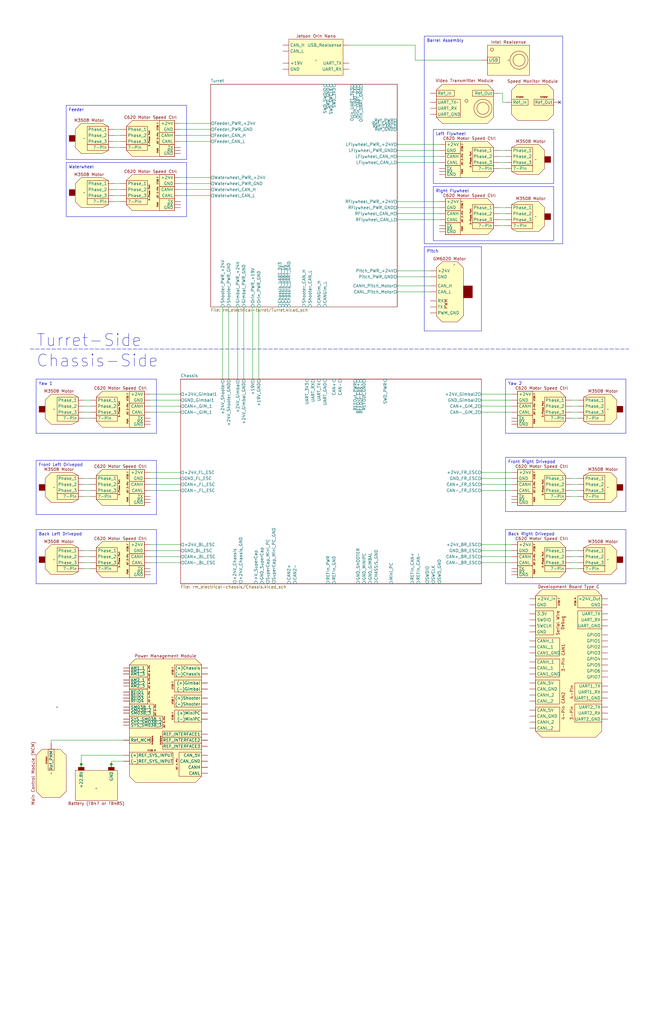
<source format=kicad_sch>
(kicad_sch (version 20250114) (generator "eeschema") (generator_version "9.0")
  (paper "USLedger" portrait)
  (lib_symbols
    (symbol "Robomaster_Library:C620 Motor Speed Controller"
      (property "Reference" "U" (at 0 10.922 0))
      (symbol "C620 Motor Speed Controller_0_1"
        (rectangle (start -10.16 2.54) (end -3.81 7.62))
        (rectangle (start -10.16 2.54) (end -3.81 -2.54))
        (rectangle (start -10.16 -2.54) (end -3.81 -7.62))
        (rectangle (start 1.27 5.08) (end 10.16 -2.54))
        (rectangle (start 1.27 -2.54) (end 10.16 -5.08))
      )
      (symbol "C620 Motor Speed Controller_1_1"
        (polyline (pts (xy -10.16 7.62) (xy -10.16 -7.62) (xy 7.62 -7.62) (xy 10.16 -5.08) (xy 10.16 5.08) (xy 7.62 7.62) (xy -10.16 7.62)) (fill (type background)))
        (text "XT30 F" (at -3.048 5.08 900) (effects (font (size 0.635 0.635))))
        (text "JST 2-Pin" (at -3.048 0 900) (effects (font (size 0.635 0.635))))
        (text "PWM" (at -3.048 -5.08 900) (effects (font (size 0.635 0.635))))
        (text "C620 Motor Speed Ctrl" (at 0 8.89 0) (effects (font (size 1.27 1.27))))
        (text "3-Phase Port" (at 0.508 0 900) (effects (font (size 0.635 0.635))))
        (pin power_in line (at -12.7 6.35 0) (length 2.54) (name "+24V") (number ""))
        (pin power_in line (at -12.7 3.81 0) (length 2.54) (name "GND") (number ""))
        (pin bidirectional line (at -12.7 1.27 0) (length 2.54) (name "CANH") (number ""))
        (pin bidirectional line (at -12.7 -1.27 0) (length 2.54) (name "CANL") (number ""))
        (pin output line (at -12.7 -3.81 0) (length 2.54) (name "TX") (number ""))
        (pin input line (at -12.7 -5.08 0) (length 2.54) (name "RX") (number ""))
        (pin input line (at -12.7 -6.35 0) (length 2.54) (name "GND") (number ""))
        (pin power_out line (at 12.7 3.81 180) (length 2.54) (name "Phase_1") (number ""))
        (pin power_out line (at 12.7 1.27 180) (length 2.54) (name "Phase_2") (number ""))
        (pin power_out line (at 12.7 -1.27 180) (length 2.54) (name "Phase_3") (number ""))
        (pin bidirectional line (at 12.7 -3.81 180) (length 2.54) (name "7-Pin") (number ""))
      )
    )
    (symbol "Robomaster_Library:Dev_Board"
      (property "Reference" "U" (at 0 33.02 0))
      (symbol "Dev_Board_1_1"
        (rectangle (start -13.97 21.59) (end -5.08 26.67))
        (rectangle (start -13.97 20.32) (end -6.35 10.16))
        (rectangle (start -13.97 8.89) (end -3.81 1.27))
        (rectangle (start -13.97 0) (end -3.81 -7.62))
        (rectangle (start -13.97 -19.05) (end -3.81 -8.89))
        (rectangle (start -13.97 -20.32) (end -3.81 -30.48))
        (polyline (pts (xy -13.97 -30.48) (xy -11.43 -33.02) (xy 11.43 -33.02) (xy 13.97 -30.48) (xy 13.97 26.67) (xy 11.43 29.21) (xy -11.43 29.21) (xy -13.97 26.67) (xy -13.97 -30.48)) (fill (type background)))
        (rectangle (start 13.97 26.67) (end 3.81 21.59))
        (rectangle (start 13.97 20.32) (end 3.81 12.7))
        (rectangle (start 13.97 -10.16) (end 2.54 -17.78))
        (rectangle (start 13.97 -19.05) (end 2.54 -26.67))
        (text "XT30 F" (at -4.064 24.13 900) (effects (font (size 0.635 0.635))))
        (text "Serial Wire\nDebug" (at -3.556 15.24 900) (effects (font (size 1.27 1.27))))
        (text "3-Pin CAN1" (at -2.286 0.508 900) (effects (font (size 1.27 1.27))))
        (text "4-Pin CAN2" (at -2.286 -19.812 900) (effects (font (size 1.27 1.27))))
        (text "Development Board Type C" (at 0 30.48 0) (effects (font (size 1.27 1.27))))
        (text "4-Pin" (at 1.27 -13.97 900) (effects (font (size 1.27 1.27))))
        (text "3-Pin" (at 1.27 -22.86 900) (effects (font (size 1.27 1.27))))
        (text "XT30 M" (at 2.794 24.13 900) (effects (font (size 0.635 0.635))))
        (pin power_in line (at -16.51 25.4 0) (length 2.54) (name "+24V_In") (number ""))
        (pin power_in line (at -16.51 22.86 0) (length 2.54) (name "GND") (number ""))
        (pin output line (at -16.51 19.05 0) (length 2.54) (name "3.3V") (number ""))
        (pin bidirectional line (at -16.51 16.51 0) (length 2.54) (name "SWDIO") (number ""))
        (pin bidirectional line (at -16.51 13.97 0) (length 2.54) (name "SWCLK") (number ""))
        (pin output line (at -16.51 11.43 0) (length 2.54) (name "GND") (number ""))
        (pin output line (at -16.51 7.62 0) (length 2.54) (name "CANH_1") (number ""))
        (pin output line (at -16.51 5.08 0) (length 2.54) (name "CANL_1") (number ""))
        (pin output line (at -16.51 2.54 0) (length 2.54) (name "CAN1_GND") (number ""))
        (pin output line (at -16.51 -1.27 0) (length 2.54) (name "CANH_1") (number ""))
        (pin output line (at -16.51 -3.81 0) (length 2.54) (name "CANL_1") (number ""))
        (pin output line (at -16.51 -6.35 0) (length 2.54) (name "CAN1_GND") (number ""))
        (pin output line (at -16.51 -10.16 0) (length 2.54) (name "CAN_5V") (number ""))
        (pin output line (at -16.51 -12.7 0) (length 2.54) (name "CAN_GND") (number ""))
        (pin output line (at -16.51 -15.24 0) (length 2.54) (name "CANH_2") (number ""))
        (pin output line (at -16.51 -17.78 0) (length 2.54) (name "CANL_2") (number ""))
        (pin output line (at -16.51 -21.59 0) (length 2.54) (name "CAN_5V") (number ""))
        (pin output line (at -16.51 -24.13 0) (length 2.54) (name "CAN_GND") (number ""))
        (pin output line (at -16.51 -26.67 0) (length 2.54) (name "CANH_2") (number ""))
        (pin output line (at -16.51 -29.21 0) (length 2.54) (name "CANL_2") (number ""))
        (pin power_in line (at 16.51 25.4 180) (length 2.54) (name "+24V_Out") (number ""))
        (pin power_out line (at 16.51 22.86 180) (length 2.54) (name "GND") (number ""))
        (pin output line (at 16.51 19.05 180) (length 2.54) (name "UART_TX") (number ""))
        (pin input line (at 16.51 16.51 180) (length 2.54) (name "UART_RX") (number ""))
        (pin bidirectional line (at 16.51 13.97 180) (length 2.54) (name "UART_GND") (number ""))
        (pin output line (at 16.51 10.16 180) (length 2.54) (name "GPIO0") (number ""))
        (pin output line (at 16.51 7.62 180) (length 2.54) (name "GPIO1") (number ""))
        (pin output line (at 16.51 5.08 180) (length 2.54) (name "GPIO2") (number ""))
        (pin output line (at 16.51 2.54 180) (length 2.54) (name "GPIO3") (number ""))
        (pin output line (at 16.51 0 180) (length 2.54) (name "GPIO4") (number ""))
        (pin output line (at 16.51 -2.54 180) (length 2.54) (name "GPIO5") (number ""))
        (pin output line (at 16.51 -5.08 180) (length 2.54) (name "GPIO6") (number ""))
        (pin output line (at 16.51 -7.62 180) (length 2.54) (name "GPIO7") (number ""))
        (pin output line (at 16.51 -11.43 180) (length 2.54) (name "UART1_TX") (number ""))
        (pin input line (at 16.51 -13.97 180) (length 2.54) (name "UART1_RX") (number ""))
        (pin bidirectional line (at 16.51 -16.51 180) (length 2.54) (name "UART1_GND") (number ""))
        (pin bidirectional line (at 16.51 -20.32 180) (length 2.54) (name "UART2_TX") (number ""))
        (pin bidirectional line (at 16.51 -22.86 180) (length 2.54) (name "UART2_RX") (number ""))
        (pin bidirectional line (at 16.51 -25.4 180) (length 2.54) (name "UART2_GND") (number ""))
      )
    )
    (symbol "Robomaster_Library:GM6020"
      (property "Reference" "U" (at 0.508 16.002 0))
      (symbol "GM6020_1_1"
        (polyline (pts (xy -5.08 10.16) (xy -5.08 -10.16) (xy -2.54 -12.7) (xy 3.81 -12.7) (xy 6.35 -10.16) (xy 6.35 10.16) (xy 3.81 12.7) (xy -2.54 12.7) (xy -5.08 10.16)) (fill (type background)))
        (rectangle (start 6.35 2.54) (end 10.16 -2.54) (fill (type outline)))
        (text "PWM\n" (at -1.016 -5.08 900) (effects (font (size 1.27 1.27))))
        (text "GM6020 Motor" (at 0.508 13.97 0) (effects (font (size 1.27 1.27))))
        (pin power_in line (at -7.62 8.89 0) (length 2.54) (name "+24V") (number ""))
        (pin power_in line (at -7.62 6.35 0) (length 2.54) (name "GND") (number ""))
        (pin input line (at -7.62 2.54 0) (length 2.54) (name "CAN_H") (number ""))
        (pin input line (at -7.62 0 0) (length 2.54) (name "CAN_L") (number ""))
        (pin input line (at -7.62 -3.81 0) (length 2.54) (name "RX") (number ""))
        (pin output line (at -7.62 -6.35 0) (length 2.54) (name "TX") (number ""))
        (pin bidirectional line (at -7.62 -8.89 0) (length 2.54) (name "PWM_GND") (number ""))
      )
    )
    (symbol "Robomaster_Library:Intel_Realsense"
      (property "Reference" "U" (at 0 10.16 0))
      (symbol "Intel_Realsense_0_1"
        (rectangle (start -8.89 1.27) (end -3.81 -1.27))
        (circle (center -6.985 4.445) (radius 0.635))
        (circle (center 4.445 0) (radius 2.54))
        (circle (center 4.445 0) (radius 3.81))
      )
      (symbol "Intel_Realsense_1_1"
        (rectangle (start -8.89 6.35) (end 8.89 -6.35) (fill (type background)))
        (text "Intel Realsense\n" (at 0 7.62 0) (effects (font (size 1.27 1.27))))
        (pin input line (at -11.43 0 0) (length 2.54) (name "USB") (number ""))
      )
    )
    (symbol "Robomaster_Library:Jetson_Orin_Nano"
      (property "Reference" "U" (at 0 11.43 0))
      (symbol "Jetson_Orin_Nano_1_0"
        (polyline (pts (xy -7.62 -0.635) (xy -7.6032 -0.5992) (xy -7.5993 -0.5344) (xy -7.6003 -0.4887) (xy -7.6113 -0.4373) (xy -7.644 -0.3998) (xy -7.7102 -0.3575) (xy -7.7647 -0.3214) (xy -7.8544 -0.2508) (xy -7.9368 -0.1752) (xy -7.9946 -0.108) (xy -8.0614 -0.0152) (xy -8.1261 0.087) (xy -8.1813 0.1863) (xy -8.2199 0.2704) (xy -8.2343 0.3269) (xy -8.2343 0.3279) (xy -8.211 0.3748) (xy -8.151 0.4319) (xy -8.0652 0.4929) (xy -7.9644 0.5514) (xy -7.8597 0.6012) (xy -7.7619 0.6358) (xy -7.6819 0.6489) (xy -7.6385 0.6505) (xy -7.6111 0.6635) (xy -7.6009 0.701) (xy -7.5993 0.7761) (xy -7.6002 0.8394) (xy -7.608 0.8836) (xy -7.6308 0.9004) (xy -7.6764 0.9031) (xy -7.7402 0.897) (xy -7.8652 0.8654) (xy -8.0111 0.812) (xy -8.1663 0.7421) (xy -8.3189 0.6612) (xy -8.4573 0.5749) (xy -8.5696 0.4884) (xy -8.689 0.3824) (xy -8.6239 0.2305) (xy -8.5831 0.1421) (xy -8.4403 -0.0949) (xy -8.2649 -0.2977) (xy -8.061 -0.4621) (xy -7.8324 -0.5842) (xy -7.8303 -0.5851) (xy -7.7254 -0.6262) (xy -7.6581 -0.6434) (xy -7.62 -0.635)) (stroke (width -0.0001)) (fill (type color) (color 118 185 0 1)))
        (polyline (pts (xy -7.6044 -1.1244) (xy -7.612 -0.9929) (xy -7.7583 -0.9598) (xy -7.8647 -0.9313) (xy -8.1135 -0.8287) (xy -8.3491 -0.6809) (xy -8.5677 -0.4917) (xy -8.7655 -0.2647) (xy -8.9386 -0.0033) (xy -9.0832 0.2886) (xy -9.1432 0.4308) (xy -9.0436 0.5488) (xy -8.906 0.6907) (xy -8.7265 0.8369) (xy -8.525 0.9702) (xy -8.3122 1.085) (xy -8.0983 1.1757) (xy -7.8939 1.2369) (xy -7.7093 1.2628) (xy -7.5993 1.267) (xy -7.5993 1.398) (xy -7.5993 1.5291) (xy -7.769 1.5086) (xy -7.826 1.5006) (xy -8.0571 1.4473) (xy -8.311 1.3602) (xy -8.5794 1.243) (xy -8.8538 1.099) (xy -9.126 0.9319) (xy -9.1413 0.9218) (xy -9.2802 0.8252) (xy -9.408 0.729) (xy -9.5184 0.6387) (xy -9.6052 0.5597) (xy -9.6618 0.4972) (xy -9.6821 0.4569) (xy -9.6785 0.4348) (xy -9.652 0.3646) (xy -9.6045 0.2667) (xy -9.5412 0.1503) (xy -9.4674 0.0246) (xy -9.3885 -0.1012) (xy -9.3098 -0.2178) (xy -9.2365 -0.3161) (xy -9.1308 -0.4418) (xy -8.8741 -0.698) (xy -8.598 -0.9082) (xy -8.3006 -1.0734) (xy -7.9803 -1.195) (xy -7.9722 -1.1974) (xy -7.8655 -1.2255) (xy -7.7656 -1.2458) (xy -7.6933 -1.2541) (xy -7.5967 -1.2559) (xy -7.6044 -1.1244)) (stroke (width -0.0001)) (fill (type color) (color 118 185 0 1)))
        (polyline (pts (xy -7.2215 -0.4308) (xy -7.0618 -0.3947) (xy -6.9316 -0.3508) (xy -6.7646 -0.2717) (xy -6.5981 -0.1642) (xy -6.424 -0.0229) (xy -6.2341 0.1577) (xy -6.1722 0.2206) (xy -6.0834 0.3128) (xy -6.0124 0.3889) (xy -5.9654 0.4423) (xy -5.9483 0.4666) (xy -5.9526 0.4773) (xy -5.9866 0.5201) (xy -6.0477 0.5837) (xy -6.1276 0.6606) (xy -6.2179 0.7431) (xy -6.3105 0.8236) (xy -6.3969 0.8943) (xy -6.469 0.9477) (xy -6.6366 1.0493) (xy -6.8927 1.1638) (xy -7.1534 1.2346) (xy -7.4104 1.2587) (xy -7.5739 1.2587) (xy -7.5739 1.1063) (xy -7.5739 0.9539) (xy -7.4115 0.9539) (xy -7.3419 0.9509) (xy -7.1606 0.9215) (xy -6.9752 0.8658) (xy -6.8087 0.7901) (xy -6.7997 0.785) (xy -6.72 0.7328) (xy -6.6369 0.6686) (xy -6.5593 0.6009) (xy -6.4963 0.5378) (xy -6.4567 0.4876) (xy -6.4495 0.4586) (xy -6.4764 0.4295) (xy -6.5352 0.376) (xy -6.6122 0.3113) (xy -6.698 0.2427) (xy -6.7831 0.1778) (xy -6.8581 0.1238) (xy -6.9133 0.0881) (xy -6.9395 0.078) (xy -6.9459 0.0833) (xy -6.9769 0.1246) (xy -7.0129 0.1873) (xy -7.0498 0.2494) (xy -7.1192 0.3434) (xy -7.1992 0.4353) (xy -7.2775 0.5112) (xy -7.3419 0.5575) (xy -7.4093 0.5845) (xy -7.4914 0.6068) (xy -7.5739 0.6225) (xy -7.5739 0.1158) (xy -7.5739 -0.3908) (xy -7.4914 -0.4146) (xy -7.4817 -0.4174) (xy -7.3561 -0.4381) (xy -7.2215 -0.4308)) (stroke (width -0.0001)) (fill (type color) (color 118 185 0 1)))
        (polyline (pts (xy -4.0179 0.1665) (xy -4.0179 2.0461) (xy -5.7959 2.0461) (xy -7.5739 2.0461) (xy -7.5739 1.8048) (xy -7.5739 1.5635) (xy -7.3824 1.5635) (xy -7.2756 1.5594) (xy -7.0789 1.5365) (xy -6.8745 1.4971) (xy -6.6858 1.4452) (xy -6.5594 1.3969) (xy -6.3969 1.3228) (xy -6.2272 1.2354) (xy -6.0676 1.1437) (xy -5.9356 1.0569) (xy -5.8657 1.0032) (xy -5.7706 0.9238) (xy -5.6696 0.8343) (xy -5.5704 0.7419) (xy -5.4802 0.6536) (xy -5.4066 0.5767) (xy -5.3569 0.5183) (xy -5.3387 0.4854) (xy -5.3427 0.4752) (xy -5.376 0.4319) (xy -5.4372 0.3651) (xy -5.5194 0.2813) (xy -5.6154 0.1875) (xy -5.7185 0.0904) (xy -5.8214 -0.0032) (xy -5.9173 -0.0866) (xy -5.9991 -0.1531) (xy -6.2314 -0.3184) (xy -6.5192 -0.4847) (xy -6.8005 -0.6026) (xy -7.0773 -0.673) (xy -7.3517 -0.6966) (xy -7.5739 -0.6971) (xy -7.5739 -0.8396) (xy -7.5739 -0.9822) (xy -7.2247 -0.9699) (xy -7.1956 -0.9688) (xy -6.9329 -0.9471) (xy -6.6968 -0.903) (xy -6.4682 -0.8317) (xy -6.2277 -0.7286) (xy -6.2054 -0.7178) (xy -6.08 -0.652) (xy -5.9414 -0.5726) (xy -5.7993 -0.4859) (xy -5.6634 -0.398) (xy -5.5433 -0.3153) (xy -5.4488 -0.2438) (xy -5.3895 -0.1899) (xy -5.3663 -0.1668) (xy -5.3101 -0.1186) (xy -5.241 -0.064) (xy -5.1721 -0.013) (xy -5.1161 0.0248) (xy -5.0861 0.0395) (xy -5.0837 0.0393) (xy -5.0463 0.0239) (xy -4.9778 -0.011) (xy -4.8877 -0.06) (xy -4.7855 -0.1175) (xy -4.6807 -0.1782) (xy -4.5828 -0.2366) (xy -4.5011 -0.2871) (xy -4.4451 -0.3244) (xy -4.4243 -0.3429) (xy -4.426 -0.3469) (xy -4.4562 -0.3758) (xy -4.517 -0.4219) (xy -4.5987 -0.478) (xy -4.691 -0.5369) (xy -4.7927 -0.5956) (xy -4.9942 -0.6979) (xy -5.2248 -0.8016) (xy -5.4714 -0.901) (xy -5.7212 -0.9909) (xy -5.961 -1.0658) (xy -6.1685 -1.1209) (xy -6.4119 -1.1771) (xy -6.6545 -1.2248) (xy -6.8867 -1.2626) (xy -7.0992 -1.289) (xy -7.2823 -1.3024) (xy -7.4267 -1.3014) (xy -7.5739 -1.2907) (xy -7.5739 -1.5019) (xy -7.5739 -1.7131) (xy -5.7959 -1.7131) (xy -4.0179 -1.7131) (xy -4.0179 0.1665)) (stroke (width -0.0001)) (fill (type color) (color 118 185 0 1)))
        (polyline (pts (xy -0.8737 -0.1454) (xy -0.8754 0.0319) (xy -0.8776 0.23) (xy -0.8801 0.3876) (xy -0.8834 0.5107) (xy -0.8879 0.6052) (xy -0.8939 0.6771) (xy -0.9018 0.7322) (xy -0.912 0.7765) (xy -0.925 0.8159) (xy -0.9411 0.8563) (xy -0.9601 0.898) (xy -1.0539 1.0435) (xy -1.1765 1.1717) (xy -1.3128 1.2657) (xy -1.3811 1.2986) (xy -1.4503 1.3257) (xy -1.5263 1.3473) (xy -1.6152 1.3642) (xy -1.7234 1.3771) (xy -1.8571 1.3868) (xy -2.0228 1.3941) (xy -2.2266 1.3996) (xy -2.4749 1.4041) (xy -3.2559 1.4165) (xy -3.2559 0.2073) (xy -3.2559 -1.0019) (xy -2.913 -1.0019) (xy -2.5701 -1.0019) (xy -2.5701 -0.0875) (xy -2.5701 0.8269) (xy -2.2463 0.8264) (xy -2.1548 0.8257) (xy -2.0321 0.8219) (xy -1.9425 0.8136) (xy -1.8749 0.7995) (xy -1.8182 0.7785) (xy -1.7738 0.7573) (xy -1.7076 0.7185) (xy -1.6544 0.6727) (xy -1.6127 0.6144) (xy -1.5809 0.5382) (xy -1.5575 0.4385) (xy -1.5411 0.3099) (xy -1.5301 0.1469) (xy -1.5229 -0.0559) (xy -1.5181 -0.304) (xy -1.5078 -0.9892) (xy -1.1868 -0.9963) (xy -0.8658 -1.0034) (xy -0.8737 -0.1454)) (stroke (width -0.0001)) (fill (type color) (color 118 185 0 1)))
        (polyline (pts (xy 0.5096 -0.996) (xy 0.9939 -0.9892) (xy 1.1139 -0.6209) (xy 1.1461 -0.5216) (xy 1.1973 -0.3639) (xy 1.2574 -0.1783) (xy 1.3227 0.024) (xy 1.3898 0.2316) (xy 1.4548 0.4332) (xy 1.4581 0.4434) (xy 1.5177 0.6279) (xy 1.5746 0.8027) (xy 1.6261 0.9599) (xy 1.6697 1.092) (xy 1.7029 1.1911) (xy 1.7231 1.2496) (xy 1.7407 1.3031) (xy 1.7555 1.3652) (xy 1.7549 1.3956) (xy 1.7422 1.4004) (xy 1.6871 1.4067) (xy 1.6003 1.4103) (xy 1.4937 1.4115) (xy 1.379 1.4103) (xy 1.268 1.407) (xy 1.1725 1.4018) (xy 1.1042 1.3947) (xy 1.0749 1.386) (xy 1.0741 1.3846) (xy 1.0602 1.347) (xy 1.0359 1.2718) (xy 1.0045 1.1692) (xy 0.9692 1.0494) (xy 0.9342 0.9291) (xy 0.8916 0.7837) (xy 0.8524 0.6504) (xy 0.8218 0.5475) (xy 0.8098 0.5076) (xy 0.7768 0.3967) (xy 0.7355 0.2577) (xy 0.69 0.1044) (xy 0.6446 -0.0492) (xy 0.6147 -0.15) (xy 0.5779 -0.2726) (xy 0.5478 -0.371) (xy 0.5269 -0.437) (xy 0.5178 -0.4623) (xy 0.511 -0.4472) (xy 0.4923 -0.3905) (xy 0.4642 -0.2992) (xy 0.4291 -0.1809) (xy 0.3893 -0.0434) (xy 0.3613 0.0545) (xy 0.3175 0.2075) (xy 0.2771 0.349) (xy 0.2435 0.4665) (xy 0.2203 0.5475) (xy 0.1566 0.7711) (xy 0.0878 1.0154) (xy 0.0273 1.2333) (xy -0.0182 1.3984) (xy -0.3798 1.4055) (xy -0.4071 1.406) (xy -0.5457 1.4076) (xy -0.6416 1.406) (xy -0.7016 1.4009) (xy -0.7326 1.3915) (xy -0.7413 1.3776) (xy -0.7406 1.371) (xy -0.7285 1.3219) (xy -0.7042 1.2375) (xy -0.6704 1.1277) (xy -0.6302 1.0022) (xy -0.6117 0.9454) (xy -0.5588 0.7824) (xy -0.496 0.5882) (xy -0.427 0.3743) (xy -0.3553 0.1518) (xy -0.2847 -0.0677) (xy -0.2189 -0.273) (xy -0.1614 -0.4527) (xy -0.116 -0.5955) (xy -0.1146 -0.5999) (xy -0.0789 -0.7094) (xy -0.0433 -0.8151) (xy -0.0151 -0.8944) (xy 0.0253 -1.0029) (xy 0.5096 -0.996)) (stroke (width -0.0001)) (fill (type color) (color 118 185 0 1)))
        (polyline (pts (xy 2.7385 0.2046) (xy 2.7385 1.4111) (xy 2.3956 1.4111) (xy 2.0527 1.4111) (xy 2.0527 0.2046) (xy 2.0527 -1.0019) (xy 2.3956 -1.0019) (xy 2.7385 -1.0019) (xy 2.7385 0.2046)) (stroke (width -0.0001)) (fill (type color) (color 118 185 0 1)))
        (polyline (pts (xy 3.9005 -0.9961) (xy 4.0325 -0.9943) (xy 4.2254 -0.9912) (xy 4.3781 -0.9876) (xy 4.4973 -0.9832) (xy 4.5897 -0.9773) (xy 4.6619 -0.9696) (xy 4.7208 -0.9595) (xy 4.773 -0.9465) (xy 4.8251 -0.9303) (xy 4.9105 -0.8969) (xy 5.0845 -0.7915) (xy 5.2277 -0.6492) (xy 5.3334 -0.4761) (xy 5.3925 -0.3039) (xy 5.4319 -0.0927) (xy 5.4478 0.1359) (xy 5.44 0.3675) (xy 5.4083 0.5879) (xy 5.3525 0.7829) (xy 5.3065 0.8824) (xy 5.1894 1.0471) (xy 5.0354 1.1841) (xy 4.8513 1.2881) (xy 4.6435 1.3538) (xy 4.6226 1.3575) (xy 4.5281 1.3687) (xy 4.3925 1.3793) (xy 4.223 1.3888) (xy 4.027 1.3969) (xy 3.8116 1.403) (xy 3.1449 1.4183) (xy 3.1449 0.2062) (xy 3.1449 -0.4685) (xy 3.8053 -0.4685) (xy 3.8053 0.2046) (xy 3.8053 0.8777) (xy 4.0029 0.8777) (xy 4.0833 0.876) (xy 4.296 0.8505) (xy 4.4687 0.7942) (xy 4.6022 0.7069) (xy 4.6968 0.5883) (xy 4.7364 0.4885) (xy 4.7651 0.3521) (xy 4.7788 0.202) (xy 4.7757 0.0567) (xy 4.7543 -0.0656) (xy 4.7442 -0.0964) (xy 4.6688 -0.2375) (xy 4.5589 -0.3502) (xy 4.4235 -0.4246) (xy 4.3575 -0.4435) (xy 4.2253 -0.4625) (xy 4.0529 -0.4686) (xy 3.8053 -0.4685) (xy 3.1449 -0.4685) (xy 3.1449 -1.0058) (xy 3.9005 -0.9961)) (stroke (width -0.0001)) (fill (type color) (color 118 185 0 1)))
        (polyline (pts (xy 6.4407 0.1983) (xy 6.4342 1.3984) (xy 6.0976 1.4055) (xy 5.7611 1.4126) (xy 5.7611 0.2054) (xy 5.7611 -1.0019) (xy 6.1042 -1.0019) (xy 6.4473 -1.0019) (xy 6.4407 0.1983)) (stroke (width -0.0001)) (fill (type color) (color 118 185 0 1)))
        (polyline (pts (xy 7.4546 -0.7923) (xy 7.5295 -0.5828) (xy 8.086 -0.5828) (xy 8.6425 -0.5828) (xy 8.7121 -0.786) (xy 8.7816 -0.9892) (xy 9.1382 -0.9962) (xy 9.2843 -0.9975) (xy 9.3987 -0.9948) (xy 9.4702 -0.9882) (xy 9.4949 -0.978) (xy 9.4948 -0.9769) (xy 9.49 -0.9588) (xy 9.4768 -0.9205) (xy 9.4543 -0.8594) (xy 9.4213 -0.7728) (xy 9.3768 -0.6579) (xy 9.3198 -0.512) (xy 9.2492 -0.3325) (xy 9.1639 -0.1166) (xy 9.0628 0.1383) (xy 8.945 0.435) (xy 8.8094 0.7761) (xy 8.5619 1.3984) (xy 8.1082 1.3984) (xy 7.6545 1.3984) (xy 7.4989 1.0047) (xy 7.4862 0.9726) (xy 7.432 0.8354) (xy 7.3641 0.6638) (xy 7.2866 0.4677) (xy 7.2032 0.2568) (xy 7.118 0.0412) (xy 7.0449 -0.1437) (xy 7.6915 -0.1437) (xy 7.6984 -0.1195) (xy 7.7202 -0.0557) (xy 7.7534 0.0382) (xy 7.7949 0.1533) (xy 7.8412 0.2802) (xy 7.8891 0.41) (xy 7.9352 0.5336) (xy 7.9761 0.6417) (xy 8.0087 0.7253) (xy 8.0114 0.7321) (xy 8.0396 0.8085) (xy 8.06 0.8714) (xy 8.0685 0.8969) (xy 8.0918 0.9255) (xy 8.1171 0.9041) (xy 8.1433 0.8333) (xy 8.1657 0.7614) (xy 8.1995 0.6631) (xy 8.2373 0.5602) (xy 8.2597 0.5008) (xy 8.3047 0.3793) (xy 8.3548 0.2423) (xy 8.4027 0.1094) (xy 8.5004 -0.1637) (xy 8.0959 -0.1637) (xy 8.0069 -0.1632) (xy 7.8817 -0.1606) (xy 7.7817 -0.1562) (xy 7.7154 -0.1504) (xy 7.6915 -0.1437) (xy 7.0449 -0.1437) (xy 7.0348 -0.1692) (xy 6.9856 -0.294) (xy 6.9155 -0.4729) (xy 6.8532 -0.6334) (xy 6.801 -0.7697) (xy 6.7609 -0.876) (xy 6.7353 -0.9465) (xy 6.7263 -0.9757) (xy 6.7406 -0.9848) (xy 6.8014 -0.9941) (xy 6.9067 -0.9999) (xy 7.053 -1.0019) (xy 7.3797 -1.0019) (xy 7.4546 -0.7923)) (stroke (width -0.0001)) (fill (type color) (color 118 185 0 1)))
        (polyline (pts (xy 9.8156 -0.9639) (xy 9.8256 -0.9193) (xy 9.8262 -0.8622) (xy 9.8747 -0.9253) (xy 9.8774 -0.9287) (xy 9.9158 -0.965) (xy 9.9423 -0.9693) (xy 9.9478 -0.9557) (xy 9.9319 -0.9208) (xy 9.9167 -0.8979) (xy 9.9301 -0.858) (xy 9.9366 -0.8493) (xy 9.9474 -0.8001) (xy 9.9164 -0.7627) (xy 9.8512 -0.7479) (xy 9.8218 -0.7485) (xy 9.7892 -0.7586) (xy 9.7764 -0.7919) (xy 9.7756 -0.818) (xy 9.8361 -0.818) (xy 9.8457 -0.8067) (xy 9.8604 -0.8026) (xy 9.8944 -0.8087) (xy 9.894 -0.8174) (xy 9.861 -0.822) (xy 9.8361 -0.818) (xy 9.7756 -0.818) (xy 9.7743 -0.8622) (xy 9.7754 -0.8963) (xy 9.7845 -0.9537) (xy 9.7997 -0.9765) (xy 9.8156 -0.9639)) (stroke (width -0.0001)) (fill (type color) (color 118 185 0 1)))
        (polyline (pts (xy 9.92 -1.0581) (xy 9.9994 -1.0126) (xy 10.0569 -0.9427) (xy 10.0791 -0.8566) (xy 10.0741 -0.8103) (xy 10.0347 -0.7278) (xy 9.9663 -0.6714) (xy 9.8811 -0.6461) (xy 9.7914 -0.6569) (xy 9.7096 -0.7086) (xy 9.7032 -0.7153) (xy 9.6533 -0.8013) (xy 9.652 -0.8222) (xy 9.705 -0.8222) (xy 9.7498 -0.7526) (xy 9.7977 -0.7136) (xy 9.8675 -0.7007) (xy 9.9464 -0.7366) (xy 9.9879 -0.7866) (xy 10.0019 -0.8659) (xy 9.9766 -0.9527) (xy 9.9313 -0.9918) (xy 9.863 -1.0037) (xy 9.7918 -0.9881) (xy 9.7376 -0.9454) (xy 9.7078 -0.891) (xy 9.705 -0.8222) (xy 9.652 -0.8222) (xy 9.6477 -0.8943) (xy 9.6844 -0.9813) (xy 9.7616 -1.0498) (xy 9.8325 -1.0708) (xy 9.92 -1.0581)) (stroke (width -0.0001)) (fill (type color) (color 118 185 0 1)))
      )
      (symbol "Jetson_Orin_Nano_1_1"
        (rectangle (start -11.43 7.62) (end 11.43 -7.62) (fill (type background)))
        (text "Jetson Orin Nano" (at 0 8.89 0) (effects (font (size 1.27 1.27))))
        (pin bidirectional line (at -13.97 5.08 0) (length 2.54) (name "CAN_H") (number ""))
        (pin bidirectional line (at -13.97 2.54 0) (length 2.54) (name "CAN_L") (number ""))
        (pin power_in line (at -13.97 -2.54 0) (length 2.54) (name "+19V") (number ""))
        (pin power_in line (at -13.97 -5.08 0) (length 2.54) (name "GND") (number ""))
        (pin output line (at 13.97 5.08 180) (length 2.54) (name "USB_Realsense") (number ""))
        (pin output line (at 13.97 -2.54 180) (length 2.54) (name "UART_TX") (number ""))
        (pin input line (at 13.97 -5.08 180) (length 2.54) (name "UART_RX") (number ""))
      )
    )
    (symbol "Robomaster_Library:M3508"
      (property "Reference" "U" (at 0 7.112 0))
      (symbol "M3508_1_1"
        (rectangle (start -7.62 2.54) (end 1.27 -5.08))
        (polyline (pts (xy -7.62 2.54) (xy -5.08 3.81) (xy 3.81 3.81) (xy 6.35 1.27) (xy 6.35 -6.35) (xy 3.81 -8.89) (xy -5.08 -8.89) (xy -7.62 -7.62) (xy -7.62 2.54)) (fill (type background)))
        (rectangle (start -7.62 -7.62) (end 1.27 -5.08))
        (rectangle (start 6.35 -1.27) (end 8.89 -3.81) (fill (type outline)))
        (text "M3508 Motor" (at 0.508 5.08 0) (effects (font (size 1.27 1.27))))
        (pin power_in line (at -10.16 1.27 0) (length 2.54) (name "Phase_1") (number ""))
        (pin power_in line (at -10.16 -1.27 0) (length 2.54) (name "Phase_2") (number ""))
        (pin power_in line (at -10.16 -3.81 0) (length 2.54) (name "Phase_3") (number ""))
        (pin bidirectional line (at -10.16 -6.35 0) (length 2.54) (name "7-Pin") (number ""))
      )
    )
    (symbol "Robomaster_Library:Main Control Module"
      (property "Reference" "U" (at 0 0 0))
      (symbol "Main Control Module_1_1"
        (polyline (pts (xy -10.16 3.81) (xy -7.62 6.35) (xy 7.62 6.35) (xy 10.16 3.81) (xy 10.16 -3.81) (xy 7.62 -6.35) (xy -7.62 -6.35) (xy -10.16 -3.81) (xy -10.16 3.81)) (fill (type background)))
        (rectangle (start -10.16 1.27) (end -1.27 -1.27))
        (text "Aviator" (at -5.588 2.032 0) (effects (font (size 0.635 0.635))))
        (text "Main Control Module (MCM)" (at 0 7.62 0) (effects (font (size 1.27 1.27))))
        (pin unspecified line (at -12.7 0 0) (length 2.54) (name "Ref_PMM") (number ""))
      )
    )
    (symbol "Robomaster_Library:Power Management Module"
      (property "Reference" "U" (at 0 26.67 0))
      (symbol "Power Management Module_0_1"
        (rectangle (start -15.24 21.59) (end -7.62 16.51))
        (rectangle (start -15.24 16.51) (end -7.62 11.43))
        (rectangle (start -15.24 11.43) (end -7.62 5.08))
        (rectangle (start -15.24 5.08) (end -5.08 0))
        (rectangle (start -15.24 0) (end -1.27 -5.08))
        (rectangle (start -15.24 -15.24) (end 3.175 -20.32))
        (rectangle (start 3.81 21.59) (end 15.24 16.51))
        (rectangle (start 3.81 15.24) (end 15.24 10.16))
        (rectangle (start 3.81 8.89) (end 15.24 3.81))
        (rectangle (start 3.81 2.54) (end 15.24 -2.54))
      )
      (symbol "Power Management Module_1_1"
        (polyline (pts (xy -15.24 21.59) (xy -12.7 24.13) (xy 12.7 24.13) (xy 15.24 21.59) (xy 15.24 -25.4) (xy 12.7 -27.94) (xy -12.7 -27.94) (xy -15.24 -25.4) (xy -15.24 21.59)) (fill (type background)))
        (rectangle (start -15.24 -8.89) (end -6.35 -11.43))
        (rectangle (start -1.27 -8.89) (end 15.24 -11.43))
        (rectangle (start 5.715 -15.24) (end 15.24 -25.4))
        (rectangle (start 15.24 -6.35) (end -1.27 -8.89))
        (rectangle (start 15.24 -11.43) (end -1.27 -13.97))
        (text "JST 6-Pin" (at -6.858 19.05 900) (effects (font (size 0.635 0.635))))
        (text "JST 6-Pin" (at -6.858 13.97 900) (effects (font (size 0.635 0.635))))
        (text "JST 4-Pin" (at -6.858 8.128 900) (effects (font (size 0.635 0.635))))
        (text "XT30 M" (at -5.842 -14.478 0) (effects (font (size 0.635 0.635))))
        (text "Aviators" (at -5.588 -10.16 900) (effects (font (size 0.635 0.635))))
        (text "JST 3-Pin" (at -4.318 2.54 900) (effects (font (size 0.635 0.635))))
        (text "Aviators" (at -2.032 -10.16 900) (effects (font (size 0.635 0.635))))
        (text "JST 3-Pin" (at -0.508 -2.54 900) (effects (font (size 0.635 0.635))))
        (text "Power Management Module" (at 0 25.4 0) (effects (font (size 1.27 1.27))))
        (text "XT30 F" (at 3.048 19.05 900) (effects (font (size 0.635 0.635))))
        (text "XT30 F" (at 3.048 12.954 900) (effects (font (size 0.635 0.635))))
        (text "XT30 F" (at 3.048 6.604 900) (effects (font (size 0.635 0.635))))
        (text "XT30 F" (at 3.048 0 900) (effects (font (size 0.635 0.635))))
        (text "JST 4-Pin" (at 4.826 -20.32 900) (effects (font (size 0.635 0.635))))
        (pin output line (at -17.78 20.32 0) (length 2.54) (name "AM1_1") (number ""))
        (pin output line (at -17.78 19.05 0) (length 2.54) (name "AM1_2") (number ""))
        (pin output line (at -17.78 17.78 0) (length 2.54) (name "AM1_3") (number ""))
        (pin output line (at -17.78 15.24 0) (length 2.54) (name "AM2_1") (number ""))
        (pin output line (at -17.78 13.97 0) (length 2.54) (name "AM2_2") (number ""))
        (pin output line (at -17.78 12.7 0) (length 2.54) (name "AM2_3") (number ""))
        (pin output line (at -17.78 10.16 0) (length 2.54) (name "RFID1") (number ""))
        (pin output line (at -17.78 8.89 0) (length 2.54) (name "RFID2") (number ""))
        (pin output line (at -17.78 7.62 0) (length 2.54) (name "RFID3") (number ""))
        (pin output line (at -17.78 6.35 0) (length 2.54) (name "RFID4") (number ""))
        (pin output line (at -17.78 3.81 0) (length 2.54) (name "SM03B_1") (number ""))
        (pin output line (at -17.78 2.54 0) (length 2.54) (name "SMO3B_2") (number ""))
        (pin output line (at -17.78 1.27 0) (length 2.54) (name "SM03B_3") (number ""))
        (pin output line (at -17.78 -1.27 0) (length 2.54) (name "SYS_SM03B_1") (number ""))
        (pin output line (at -17.78 -2.54 0) (length 2.54) (name "SYS_SMO3B_2") (number ""))
        (pin output line (at -17.78 -3.81 0) (length 2.54) (name "SYS_SM03B_3") (number ""))
        (pin unspecified line (at -17.78 -10.16 0) (length 2.54) (name "Ref_MCM") (number ""))
        (pin input line (at -17.78 -16.51 0) (length 2.54) (name "(+)REF_SYS_INPUT") (number ""))
        (pin input line (at -17.78 -19.05 0) (length 2.54) (name "(-)REF_SYS_INPUT") (number ""))
        (pin output line (at 17.78 20.32 180) (length 2.54) (name "(+)Chassis") (number ""))
        (pin output line (at 17.78 17.78 180) (length 2.54) (name "(-)Chassis") (number ""))
        (pin output line (at 17.78 13.97 180) (length 2.54) (name "(+)Gimbal") (number ""))
        (pin output line (at 17.78 11.43 180) (length 2.54) (name "(-)Gimbal") (number ""))
        (pin output line (at 17.78 7.62 180) (length 2.54) (name "(+)Shooter") (number ""))
        (pin output line (at 17.78 5.08 180) (length 2.54) (name "(-)Shooter") (number ""))
        (pin output line (at 17.78 1.27 180) (length 2.54) (name "(+)MiniPC") (number ""))
        (pin output line (at 17.78 -1.27 180) (length 2.54) (name "(-)MiniPC") (number ""))
        (pin unspecified line (at 17.78 -7.62 180) (length 2.54) (name "REF_INTERFACE1") (number ""))
        (pin unspecified line (at 17.78 -10.16 180) (length 2.54) (name "REF_INTERFACE2") (number ""))
        (pin unspecified line (at 17.78 -12.7 180) (length 2.54) (name "REF_INTERFACE3") (number ""))
        (pin output line (at 17.78 -16.51 180) (length 2.54) (name "CAN_5V") (number ""))
        (pin output line (at 17.78 -19.05 180) (length 2.54) (name "CAN_GND") (number ""))
        (pin output line (at 17.78 -21.59 180) (length 2.54) (name "CANH") (number ""))
        (pin output line (at 17.78 -24.13 180) (length 2.54) (name "CANL") (number ""))
      )
    )
    (symbol "Robomaster_Library:Speed Monitor Module"
      (property "Reference" "U" (at 0 10.16 0))
      (symbol "Speed Monitor Module_0_1"
        (rectangle (start -8.89 1.27) (end -1.905 -1.27))
        (rectangle (start 0.635 1.27) (end 8.89 -1.27))
      )
      (symbol "Speed Monitor Module_1_1"
        (polyline (pts (xy -8.89 5.08) (xy -6.35 7.62) (xy 6.35 7.62) (xy 8.89 5.08) (xy 8.89 -5.08) (xy 6.35 -7.62) (xy -6.35 -7.62) (xy -8.89 -5.08) (xy -8.89 5.08)) (fill (type background)))
        (text "Aviator" (at -5.334 2.286 0) (effects (font (size 0.635 0.635))))
        (text "Speed Monitor Module" (at 0 8.89 0) (effects (font (size 1.27 1.27))))
        (text "Aviator" (at 4.826 2.286 0) (effects (font (size 0.635 0.635))))
        (pin input line (at -11.43 0 0) (length 2.54) (name "Ref_In") (number ""))
        (pin output line (at 11.43 0 180) (length 2.54) (name "Ref_Out") (number ""))
      )
    )
    (symbol "Robomaster_Library:TB47/TB48S"
      (property "Reference" "U" (at 0 -1.27 0))
      (symbol "TB47/TB48S_1_1"
        (rectangle (start -8.89 6.35) (end 8.89 -6.35) (fill (type background)))
        (rectangle (start -7.62 7.62) (end -5.08 6.35) (fill (type outline)))
        (rectangle (start 5.08 7.62) (end 7.62 6.35) (fill (type outline)))
        (text "Battery (TB47 or TB48S)" (at 0 -7.62 0) (effects (font (size 1.27 1.27))))
        (pin power_out line (at -6.35 8.89 270) (length 2.54) (name "+22.8V") (number ""))
        (pin power_out line (at 6.35 8.89 270) (length 2.54) (name "GND") (number ""))
      )
    )
    (symbol "Robomaster_Library:Video Transmitter Module"
      (property "Reference" "U" (at 0.508 11.176 0))
      (symbol "Video Transmitter Module_0_1"
        (rectangle (start -11.43 5.08) (end -3.81 2.54))
        (polyline (pts (xy -11.43 5.08) (xy -11.43 5.08)))
        (rectangle (start -11.43 1.27) (end -1.27 -6.35))
        (circle (center 1.27 0.635) (radius 0.635))
        (rectangle (start 3.81 5.08) (end 12.7 2.54))
        (circle (center 8.255 -2.54) (radius 2.54))
        (circle (center 8.255 -2.54) (radius 3.81))
      )
      (symbol "Video Transmitter Module_1_1"
        (polyline (pts (xy -11.43 5.08) (xy -8.89 7.62) (xy 10.16 7.62) (xy 12.7 5.08) (xy 12.7 -6.35) (xy 10.16 -8.89) (xy -8.89 -8.89) (xy -11.43 -6.35) (xy -11.43 5.08)) (fill (type background)))
        (text "Video Transmitter Module" (at 0.508 9.144 0) (effects (font (size 1.27 1.27))))
        (pin input line (at -13.97 3.81 0) (length 2.54) (name "Ref_In") (number ""))
        (pin output line (at -13.97 0 0) (length 2.54) (name "UART_TX") (number ""))
        (pin input line (at -13.97 -2.54 0) (length 2.54) (name "UART_RX") (number ""))
        (pin bidirectional line (at -13.97 -5.08 0) (length 2.54) (name "UART_GND") (number ""))
        (pin output line (at 15.24 3.81 180) (length 2.54) (name "Ref_Out") (number ""))
      )
    )
  )
  (rectangle (start 15.24 223.52) (end 66.04 246.38))
  (rectangle (start 27.94 44.45) (end 78.74 67.31))
  (rectangle (start 179.07 15.24) (end 237.49 102.87))
  (rectangle (start 15.24 160.02) (end 66.04 182.88))
  (rectangle (start 213.36 223.52) (end 264.16 246.38))
  (rectangle (start 182.88 54.61) (end 233.68 77.47))
  (rectangle (start 27.94 68.58) (end 78.74 91.44))
  (rectangle (start 15.24 194.31) (end 66.04 217.17))
  (rectangle (start 179.07 104.14) (end 203.2 139.7))
  (rectangle (start 182.88 78.74) (end 233.68 101.6))
  (rectangle (start 213.36 160.02) (end 264.16 182.88))
  (rectangle (start 213.36 193.04) (end 264.16 215.9))
  (text "Yaw 2" (at 214.376 162.052 0) (effects (font (size 1.27 1.27)) (justify left)))
  (text "Pitch" (at 180.086 106.172 0) (effects (font (size 1.27 1.27)) (justify left)))
  (text "Front Left Drivepod" (at 16.256 196.342 0) (effects (font (size 1.27 1.27)) (justify left)))
  (text "Barrel Assembly" (at 180.086 17.272 0) (effects (font (size 1.27 1.27)) (justify left)))
  (text "Waterwheel" (at 28.956 70.612 0) (effects (font (size 1.27 1.27)) (justify left)))
  (text "Feeder" (at 28.956 46.482 0) (effects (font (size 1.27 1.27)) (justify left)))
  (text "Chassis-Side" (at 15.24 152.4 0) (effects (font (size 5.08 5.08)) (justify left)))
  (text "Right Flywheel" (at 183.896 80.772 0) (effects (font (size 1.27 1.27)) (justify left)))
  (text "Back Left Drivepod" (at 16.256 225.552 0) (effects (font (size 1.27 1.27)) (justify left)))
  (text "Back Right Drivepod" (at 214.376 225.552 0) (effects (font (size 1.27 1.27)) (justify left)))
  (text "Left Flywheel" (at 183.896 56.642 0) (effects (font (size 1.27 1.27)) (justify left)))
  (text "Front Right Drivepod" (at 214.376 195.072 0) (effects (font (size 1.27 1.27)) (justify left)))
  (text "Yaw 1" (at 16.256 162.052 0) (effects (font (size 1.27 1.27)) (justify left)))
  (text "Turret-Side" (at 15.24 143.764 0) (effects (font (size 5.08 5.08)) (justify left)))
  (junction (at 34.29 322.58))
  (junction (at 46.99 322.58))
  (no_connect (at 236.22 43.18))
  (wire (pts (xy 63.5 171.45) (xy 76.2 171.45)))
  (wire (pts (xy 213.36 68.58) (xy 210.82 68.58)))
  (wire (pts (xy 76.2 82.55) (xy 88.9 82.55)))
  (wire (pts (xy 35.56 240.03) (xy 38.1 240.03)))
  (wire (pts (xy 203.2 204.47) (xy 215.9 204.47)))
  (wire (pts (xy 243.84 204.47) (xy 241.3 204.47)))
  (wire (pts (xy 35.56 234.95) (xy 38.1 234.95)))
  (wire (pts (xy 243.84 207.01) (xy 241.3 207.01)))
  (wire (pts (xy 213.36 63.5) (xy 210.82 63.5)))
  (wire (pts (xy 35.56 204.47) (xy 38.1 204.47)))
  (wire (pts (xy 35.56 171.45) (xy 38.1 171.45)))
  (wire (pts (xy 63.5 204.47) (xy 76.2 204.47)))
  (wire (pts (xy 167.64 90.17) (xy 185.42 90.17)))
  (wire (pts (xy 109.22 129.54) (xy 109.22 160.02)))
  (wire (pts (xy 76.2 52.07) (xy 88.9 52.07)))
  (wire (pts (xy 203.2 201.93) (xy 215.9 201.93)))
  (wire (pts (xy 63.5 234.95) (xy 76.2 234.95)))
  (wire (pts (xy 76.2 57.15) (xy 88.9 57.15)))
  (wire (pts (xy 167.64 92.71) (xy 185.42 92.71)))
  (wire (pts (xy 63.5 166.37) (xy 76.2 166.37)))
  (wire (pts (xy 96.52 129.54) (xy 96.52 160.02)))
  (wire (pts (xy 243.84 209.55) (xy 241.3 209.55)))
  (wire (pts (xy 100.33 129.54) (xy 100.33 160.02)))
  (wire (pts (xy 203.2 173.99) (xy 215.9 173.99)))
  (polyline (pts (xy 12.7 147.32) (xy 265.43 147.32)) (stroke (width 0) (type dash)))
  (wire (pts (xy 213.36 90.17) (xy 210.82 90.17)))
  (wire (pts (xy 167.64 116.84) (xy 181.61 116.84)))
  (wire (pts (xy 63.5 229.87) (xy 76.2 229.87)))
  (wire (pts (xy 203.2 207.01) (xy 215.9 207.01)))
  (wire (pts (xy 212.09 39.37) (xy 212.09 43.18)))
  (wire (pts (xy 46.99 322.58) (xy 46.99 323.85)))
  (wire (pts (xy 203.2 166.37) (xy 215.9 166.37)))
  (wire (pts (xy 76.2 74.93) (xy 88.9 74.93)))
  (wire (pts (xy 203.2 229.87) (xy 215.9 229.87)))
  (wire (pts (xy 48.26 82.55) (xy 50.8 82.55)))
  (wire (pts (xy 167.64 120.65) (xy 181.61 120.65)))
  (wire (pts (xy 34.29 318.77) (xy 34.29 322.58)))
  (wire (pts (xy 102.87 129.54) (xy 102.87 160.02)))
  (wire (pts (xy 63.5 199.39) (xy 76.2 199.39)))
  (wire (pts (xy 63.5 173.99) (xy 76.2 173.99)))
  (wire (pts (xy 48.26 77.47) (xy 50.8 77.47)))
  (wire (pts (xy 167.64 60.96) (xy 185.42 60.96)))
  (wire (pts (xy 63.5 237.49) (xy 76.2 237.49)))
  (wire (pts (xy 21.59 313.69) (xy 21.59 312.42)))
  (wire (pts (xy 167.64 68.58) (xy 185.42 68.58)))
  (wire (pts (xy 21.59 312.42) (xy 52.07 312.42)))
  (wire (pts (xy 76.2 54.61) (xy 88.9 54.61)))
  (wire (pts (xy 243.84 232.41) (xy 241.3 232.41)))
  (wire (pts (xy 48.26 80.01) (xy 50.8 80.01)))
  (wire (pts (xy 34.29 322.58) (xy 34.29 323.85)))
  (wire (pts (xy 203.2 237.49) (xy 215.9 237.49)))
  (wire (pts (xy 243.84 234.95) (xy 241.3 234.95)))
  (wire (pts (xy 167.64 85.09) (xy 185.42 85.09)))
  (wire (pts (xy 243.84 171.45) (xy 241.3 171.45)))
  (wire (pts (xy 35.56 232.41) (xy 38.1 232.41)))
  (wire (pts (xy 175.26 19.05) (xy 175.26 25.4)))
  (wire (pts (xy 167.64 66.04) (xy 185.42 66.04)))
  (wire (pts (xy 63.5 201.93) (xy 76.2 201.93)))
  (wire (pts (xy 213.36 87.63) (xy 210.82 87.63)))
  (wire (pts (xy 48.26 59.69) (xy 50.8 59.69)))
  (wire (pts (xy 213.36 92.71) (xy 210.82 92.71)))
  (wire (pts (xy 52.07 321.31) (xy 46.99 321.31)))
  (wire (pts (xy 243.84 201.93) (xy 241.3 201.93)))
  (wire (pts (xy 167.64 87.63) (xy 185.42 87.63)))
  (wire (pts (xy 106.68 129.54) (xy 106.68 160.02)))
  (wire (pts (xy 243.84 237.49) (xy 241.3 237.49)))
  (wire (pts (xy 203.2 199.39) (xy 215.9 199.39)))
  (wire (pts (xy 243.84 168.91) (xy 241.3 168.91)))
  (wire (pts (xy 167.64 123.19) (xy 181.61 123.19)))
  (wire (pts (xy 210.82 39.37) (xy 212.09 39.37)))
  (wire (pts (xy 35.56 168.91) (xy 38.1 168.91)))
  (wire (pts (xy 48.26 62.23) (xy 50.8 62.23)))
  (wire (pts (xy 175.26 25.4) (xy 203.2 25.4)))
  (wire (pts (xy 35.56 209.55) (xy 38.1 209.55)))
  (wire (pts (xy 243.84 240.03) (xy 241.3 240.03)))
  (wire (pts (xy 63.5 207.01) (xy 76.2 207.01)))
  (wire (pts (xy 63.5 168.91) (xy 76.2 168.91)))
  (wire (pts (xy 76.2 59.69) (xy 88.9 59.69)))
  (wire (pts (xy 203.2 234.95) (xy 215.9 234.95)))
  (wire (pts (xy 46.99 321.31) (xy 46.99 322.58)))
  (wire (pts (xy 76.2 77.47) (xy 88.9 77.47)))
  (wire (pts (xy 52.07 318.77) (xy 34.29 318.77)))
  (wire (pts (xy 203.2 232.41) (xy 215.9 232.41)))
  (wire (pts (xy 48.26 54.61) (xy 50.8 54.61)))
  (wire (pts (xy 76.2 80.01) (xy 88.9 80.01)))
  (wire (pts (xy 167.64 114.3) (xy 181.61 114.3)))
  (wire (pts (xy 93.98 129.54) (xy 93.98 160.02)))
  (wire (pts (xy 243.84 176.53) (xy 241.3 176.53)))
  (wire (pts (xy 213.36 71.12) (xy 210.82 71.12)))
  (wire (pts (xy 213.36 66.04) (xy 210.82 66.04)))
  (wire (pts (xy 35.56 176.53) (xy 38.1 176.53)))
  (wire (pts (xy 212.09 43.18) (xy 213.36 43.18)))
  (wire (pts (xy 167.64 63.5) (xy 185.42 63.5)))
  (wire (pts (xy 243.84 173.99) (xy 241.3 173.99)))
  (wire (pts (xy 35.56 207.01) (xy 38.1 207.01)))
  (wire (pts (xy 63.5 232.41) (xy 76.2 232.41)))
  (wire (pts (xy 35.56 237.49) (xy 38.1 237.49)))
  (wire (pts (xy 35.56 201.93) (xy 38.1 201.93)))
  (wire (pts (xy 48.26 57.15) (xy 50.8 57.15)))
  (wire (pts (xy 147.32 19.05) (xy 175.26 19.05)))
  (wire (pts (xy 213.36 95.25) (xy 210.82 95.25)))
  (wire (pts (xy 35.56 173.99) (xy 38.1 173.99)))
  (wire (pts (xy 48.26 85.09) (xy 50.8 85.09)))
  (wire (pts (xy 203.2 171.45) (xy 215.9 171.45)))
  (wire (pts (xy 203.2 168.91) (xy 215.9 168.91)))
  (symbol (lib_id "Robomaster_Library:M3508") (at 38.1 55.88 0) (mirror y) (unit 1)
    (property "Reference" "U12" (effects (hide yes)))
    (property "Value" "~" (at 35.56 58.42 0))
  )
  (symbol (lib_id "Robomaster_Library:M3508") (at 223.52 64.77 0) (unit 1)
    (property "Reference" "U5" (effects (hide yes)))
    (property "Value" "~" (at 226.06 67.31 0))
  )
  (symbol (lib_id "Robomaster_Library:M3508") (at 38.1 78.74 0) (mirror y) (unit 1)
    (property "Reference" "U11" (effects (hide yes)))
    (property "Value" "~" (at 35.56 81.28 0))
  )
  (symbol (lib_id "Robomaster_Library:C620 Motor Speed Controller") (at 50.8 205.74 0) (mirror y) (unit 1)
    (property "Reference" "U15" (effects (hide yes)))
    (property "Value" "~" (at 53.34 196.85 0))
  )
  (symbol (lib_id "Robomaster_Library:C620 Motor Speed Controller") (at 50.8 172.72 0) (mirror y) (unit 1)
    (property "Reference" "U25" (effects (hide yes)))
    (property "Value" "~" (at 53.34 163.83 0))
  )
  (symbol (lib_id "Robomaster_Library:Intel_Realsense") (at 214.63 25.4 0) (unit 1)
    (property "Reference" "U1" (effects (hide yes)))
    (property "Value" "~" (at 214.63 25.4 0))
  )
  (symbol (lib_id "Robomaster_Library:TB47/TB48S") (at 40.64 331.47 0) (unit 1)
    (property "Reference" "U28" (effects (hide yes)))
    (property "Value" "~" (at 40.64 332.74 0))
  )
  (symbol (lib_id "Robomaster_Library:GM6020") (at 189.23 123.19 0) (unit 1)
    (property "Reference" "U6" (effects (hide yes)))
    (property "Value" "~" (at 191.77 111.76 0))
    (property "Datasheet" "https://rm-static.djicdn.com/tem/17348/RoboMaster%20GM6020%20Brushless%20DC%20Motor%20User%20Guide.pdf" (effects (hide yes)))
    (property "Description" "A brushless DC motor. Recieves 24V power and CAN to determine position and velocity." (effects (hide yes)))
  )
  (symbol (lib_id "Robomaster_Library:M3508") (at 25.4 170.18 0) (mirror y) (unit 1)
    (property "Reference" "U24" (effects (hide yes)))
    (property "Value" "~" (at 22.86 172.72 0))
  )
  (symbol (lib_id "Robomaster_Library:Video Transmitter Module") (at 195.58 43.18 0) (unit 1)
    (property "Reference" "U3" (effects (hide yes)))
    (property "Value" "~" (at 193.04 43.18 0))
    (property "Datasheet" "https://rm-static.djicdn.com/tem/17348/RoboMaster%20VTM%20Transmitter%20VT02&12%20User%20Guide.pdf" (effects (hide yes)))
    (property "Description" "RoboMaster VTM Transmitter VT02. Has two Aviator cables coming out of it." (effects (hide yes)))
  )
  (symbol (lib_id "Robomaster_Library:Jetson_Orin_Nano") (at 133.35 24.13 0) (unit 1)
    (property "Reference" "U2" (effects (hide yes)))
    (property "Value" "~" (at 133.35 25.4 0))
  )
  (symbol (lib_id "Robomaster_Library:Speed Monitor Module") (at 224.79 43.18 0) (unit 1)
    (property "Reference" "U4" (effects (hide yes)))
    (property "Value" "~" (at 224.79 35.56 0))
  )
  (symbol (lib_id "Robomaster_Library:M3508") (at 223.52 88.9 0) (unit 1)
    (property "Reference" "U8" (effects (hide yes)))
    (property "Value" "~" (at 226.06 91.44 0))
  )
  (symbol (lib_id "Robomaster_Library:M3508") (at 254 170.18 0) (unit 1)
    (property "Reference" "U22" (effects (hide yes)))
    (property "Value" "~" (at 256.54 172.72 0))
  )
  (symbol (lib_id "Robomaster_Library:C620 Motor Speed Controller") (at 198.12 91.44 0) (unit 1)
    (property "Reference" "U9" (effects (hide yes)))
    (property "Value" "~" (at 195.58 82.55 0))
  )
  (symbol (lib_id "Robomaster_Library:M3508") (at 254 233.68 0) (unit 1)
    (property "Reference" "U20" (effects (hide yes)))
    (property "Value" "~" (at 256.54 236.22 0))
  )
  (symbol (lib_id "Robomaster_Library:C620 Motor Speed Controller") (at 198.12 67.31 0) (unit 1)
    (property "Reference" "U7" (effects (hide yes)))
    (property "Value" "~" (at 195.58 58.42 0))
  )
  (symbol (lib_id "Robomaster_Library:M3508") (at 25.4 203.2 0) (mirror y) (unit 1)
    (property "Reference" "U14" (effects (hide yes)))
    (property "Value" "~" (at 22.86 205.74 0))
  )
  (symbol (lib_id "Robomaster_Library:C620 Motor Speed Controller") (at 63.5 81.28 0) (mirror y) (unit 1)
    (property "Reference" "U13" (effects (hide yes)))
    (property "Value" "~" (at 66.04 72.39 0))
  )
  (symbol (lib_id "Robomaster_Library:Main Control Module") (at 21.59 326.39 90) (mirror x) (unit 1)
    (property "Reference" "U29" (effects (hide yes)))
    (property "Value" "~" (at 21.59 326.39 0))
  )
  (symbol (lib_id "Robomaster_Library:C620 Motor Speed Controller") (at 63.5 58.42 0) (mirror y) (unit 1)
    (property "Reference" "U10" (effects (hide yes)))
    (property "Value" "~" (at 66.04 49.53 0))
  )
  (symbol (lib_id "Robomaster_Library:C620 Motor Speed Controller") (at 50.8 236.22 0) (mirror y) (unit 1)
    (property "Reference" "U17" (effects (hide yes)))
    (property "Value" "~" (at 53.34 227.33 0))
  )
  (symbol (lib_id "Robomaster_Library:M3508") (at 254 203.2 0) (unit 1)
    (property "Reference" "U18" (effects (hide yes)))
    (property "Value" "~" (at 256.54 205.74 0))
  )
  (symbol (lib_id "Robomaster_Library:Dev_Board") (at 240.03 278.13 0) (unit 1)
    (property "Reference" "U26" (effects (hide yes)))
    (property "Value" "~" (at 238.76 260.35 0))
  )
  (symbol (lib_id "Robomaster_Library:M3508") (at 25.4 233.68 0) (mirror y) (unit 1)
    (property "Reference" "U16" (effects (hide yes)))
    (property "Value" "~" (at 22.86 236.22 0))
  )
  (symbol (lib_id "Robomaster_Library:C620 Motor Speed Controller") (at 228.6 236.22 0) (unit 1)
    (property "Reference" "U21" (effects (hide yes)))
    (property "Value" "~" (at 226.06 227.33 0))
  )
  (symbol (lib_id "Robomaster_Library:Power Management Module") (at 69.85 302.26 0) (unit 1)
    (property "Reference" "U27" (effects (hide yes)))
    (property "Value" "~" (at 24.13 298.45 0))
  )
  (symbol (lib_id "Robomaster_Library:C620 Motor Speed Controller") (at 228.6 205.74 0) (unit 1)
    (property "Reference" "U19" (effects (hide yes)))
    (property "Value" "~" (at 226.06 196.85 0))
  )
  (symbol (lib_id "Robomaster_Library:C620 Motor Speed Controller") (at 228.6 172.72 0) (unit 1)
    (property "Reference" "U23" (effects (hide yes)))
    (property "Value" "~" (at 226.06 163.83 0))
  )
  (sheet (at 76.2 160.02) (size 127 86.36) (stroke (width 0.1524))
    (property "Sheetname" "Chassis" (at 76.2 159.3084 0) (effects (justify left bottom)))
    (property "Sheetfile" "rm_electrical-chassis/Chassis.kicad_sch" (at 76.2 246.9646 0) (effects (justify left top)))
    (pin "Mini_PC" input (at 165.1 246.38 270))
    (pin "CAN-_FR_ESC" output (at 203.2 207.01 0))
    (pin "+24V_FR_ESC" output (at 203.2 199.39 0))
    (pin "CAN+_FR_ESC" output (at 203.2 204.47 0))
    (pin "CAN-_BR_ESC" output (at 203.2 237.49 0))
    (pin "CAN+_BR_ESC" output (at 203.2 234.95 0))
    (pin "GND_BR_ESC" output (at 203.2 232.41 0))
    (pin "+24V_BR_ESC" output (at 203.2 229.87 0))
    (pin "CAN+_BL_ESC" output (at 76.2 234.95 180))
    (pin "GND_BL_ESC" output (at 76.2 232.41 180))
    (pin "CAN+_FL_ESC" output (at 76.2 204.47 180))
    (pin "CAN-_BL_ESC" output (at 76.2 237.49 180))
    (pin "CAN-_FL_ESC" output (at 76.2 207.01 180))
    (pin "+24V_FL_ESC" output (at 76.2 199.39 180))
    (pin "GND_FL_ESC" output (at 76.2 201.93 180))
    (pin "+24V_BL_ESC" output (at 76.2 229.87 180))
    (pin "GND_FR_ESC" output (at 203.2 201.93 0))
    (pin "CAN-" output (at 143.51 160.02 90))
    (pin "CAN+" input (at 140.97 160.02 90))
    (pin "CAN-_GIM_2" output (at 203.2 173.99 0))
    (pin "CAN+_GIM_2" output (at 203.2 171.45 0))
    (pin "CAN+_GIM_1" output (at 76.2 171.45 180))
    (pin "UART_TX" input (at 134.62 160.02 90))
    (pin "UART_GND" input (at 137.16 160.02 90))
    (pin "UART_3V3" input (at 129.54 160.02 90))
    (pin "GND_Gimbal1" output (at 76.2 168.91 180))
    (pin "+24V_Gimbal1" output (at 76.2 166.37 180))
    (pin "UART_RX" output (at 132.08 160.02 90))
    (pin "REFOut_CAN-" output (at 152.4 160.02 90))
    (pin "REFOut_GND" output (at 153.67 160.02 90))
    (pin "REFOut_CAN+" output (at 151.13 160.02 90))
    (pin "REFOut_PWR" output (at 149.86 160.02 90))
    (pin "CAN2-" input (at 124.46 246.38 270))
    (pin "CAN2+" input (at 121.92 246.38 270))
    (pin "CAN-_GIM_1" output (at 76.2 173.99 180))
    (pin "GND_Gimbal2" output (at 203.2 168.91 0))
    (pin "+24V_Gimbal2" output (at 203.2 166.37 0))
    (pin "GND_SuperCap" input (at 110.49 246.38 270))
    (pin "+V_SuperCap" input (at 107.95 246.38 270))
    (pin "SuperCap_Mini_PC" output (at 113.03 246.38 270))
    (pin "+24V_Shooter" output (at 93.98 160.02 90))
    (pin "+19V" output (at 106.68 160.02 90))
    (pin "+24V_Gimbal" output (at 100.33 160.02 90))
    (pin "+24V_Chassis" output (at 99.06 246.38 270))
    (pin "SuperCap_Mini_PC_GND" output (at 115.57 246.38 270))
    (pin "REFIn_PWR" input (at 138.43 246.38 270))
    (pin "REFIn_GND" input (at 140.97 246.38 270))
    (pin "CHASSIS_GND" input (at 158.75 246.38 270))
    (pin "GND_GIMBAL" input (at 156.21 246.38 270))
    (pin "GND_MINIPC" input (at 153.67 246.38 270))
    (pin "GND_SHOOTER" input (at 151.13 246.38 270))
    (pin "REFIn_CAN-" input (at 176.53 246.38 270))
    (pin "REFIn_CAN+" input (at 173.99 246.38 270))
    (pin "SWD_GND" output (at 185.42 246.38 270))
    (pin "SWCLK" output (at 182.88 246.38 270))
    (pin "SWDIO" output (at 180.34 246.38 270))
    (pin "SWD_PWR" input (at 162.56 160.02 90))
    (pin "+24V_Gimbal_GND" output (at 102.87 160.02 90))
    (pin "+24V_Shooter_GND" output (at 96.52 160.02 90))
    (pin "+19V_GND" output (at 109.22 160.02 90))
    (pin "+24V_Chassis_GND" output (at 101.6 246.38 270))
  )
  (sheet (at 88.9 35.56) (size 78.74 93.98) (stroke (width 0.1524))
    (property "Sheetname" "Turret" (at 88.9 34.8484 0) (effects (justify left bottom)))
    (property "Sheetfile" "rm_electrical-turret/Turret.kicad_sch" (at 88.9 130.1246 0) (effects (justify left top)))
    (pin "Pitch_PWR_+24V" output (at 167.64 114.3 0))
    (pin "Pitch_PWR_GND" output (at 167.64 116.84 0))
    (pin "CANL_Pitch_Motor" output (at 167.64 123.19 0))
    (pin "LFlywheel_PWR_+24V" output (at 167.64 60.96 0))
    (pin "LFlywheel_PWR_GND" output (at 167.64 63.5 0))
    (pin "LFlywheel_CAN_H" output (at 167.64 66.04 0))
    (pin "LFlywheel_CAN_L" output (at 167.64 68.58 0))
    (pin "RFlywheel_PWR_+24V" output (at 167.64 85.09 0))
    (pin "RFlywheel_CAN_H" output (at 167.64 90.17 0))
    (pin "RFlywheel_PWR_GND" output (at 167.64 87.63 0))
    (pin "RFlywheel_CAN_L" output (at 167.64 92.71 0))
    (pin "Waterwheel_PWR_GND" output (at 88.9 77.47 180))
    (pin "Feeder_CAN_L" output (at 88.9 59.69 180))
    (pin "Feeder_PWR_GND" output (at 88.9 54.61 180))
    (pin "Feeder_CAN_H" output (at 88.9 57.15 180))
    (pin "Feeder_PWR_+24V" output (at 88.9 52.07 180))
    (pin "Waterwheel_CAN_H" output (at 88.9 80.01 180))
    (pin "Waterwheel_CAN_L" output (at 88.9 82.55 180))
    (pin "Waterwheel_PWR_+24V" output (at 88.9 74.93 180))
    (pin "Orin_UART_RX" output (at 151.13 35.56 90))
    (pin "Orin_UART_TX" output (at 149.86 35.56 90))
    (pin "Orin_UART_3V3" output (at 148.59 35.56 90))
    (pin "Orin_UART_GND" output (at 152.4 35.56 90))
    (pin "CANH_Pitch_Motor" output (at 167.64 120.65 0))
    (pin "Shooter_PWR_+24V" input (at 93.98 129.54 270))
    (pin "Orin_PWR_GND" input (at 109.22 129.54 270))
    (pin "Gimbal_PWR_+24V" input (at 100.33 129.54 270))
    (pin "Orin_PWR_+19V" input (at 106.68 129.54 270))
    (pin "SWD_SWDIO" input (at 137.16 35.56 90))
    (pin "SWD_GND" input (at 138.43 35.56 90))
    (pin "SWD_SWCLK" input (at 139.7 35.56 90))
    (pin "SWD_3V3" input (at 140.97 35.56 90))
    (pin "Ref_CANH" output (at 167.64 52.07 0))
    (pin "Ref_CANL" output (at 167.64 53.34 0))
    (pin "Ref_GND" output (at 167.64 54.61 0))
    (pin "Ref_PWR" output (at 167.64 50.8 0))
    (pin "Shooter_CAN_H" input (at 128.27 129.54 270))
    (pin "Chassis_UART_GND" input (at 121.92 129.54 270))
    (pin "Chassis_UART_3V3" input (at 118.11 129.54 270))
    (pin "Chassis_UART_TX" input (at 119.38 129.54 270))
    (pin "Chassis_UART_RX" input (at 120.65 129.54 270))
    (pin "Shooter_CAN_L" input (at 130.81 129.54 270))
    (pin "CANGim_H" input (at 134.62 129.54 270))
    (pin "CANGim_L" input (at 137.16 129.54 270))
    (pin "Gimbal_PWR_GND" input (at 102.87 129.54 270))
    (pin "Shooter_PWR_GND" input (at 96.52 129.54 270))
  )
)
</source>
